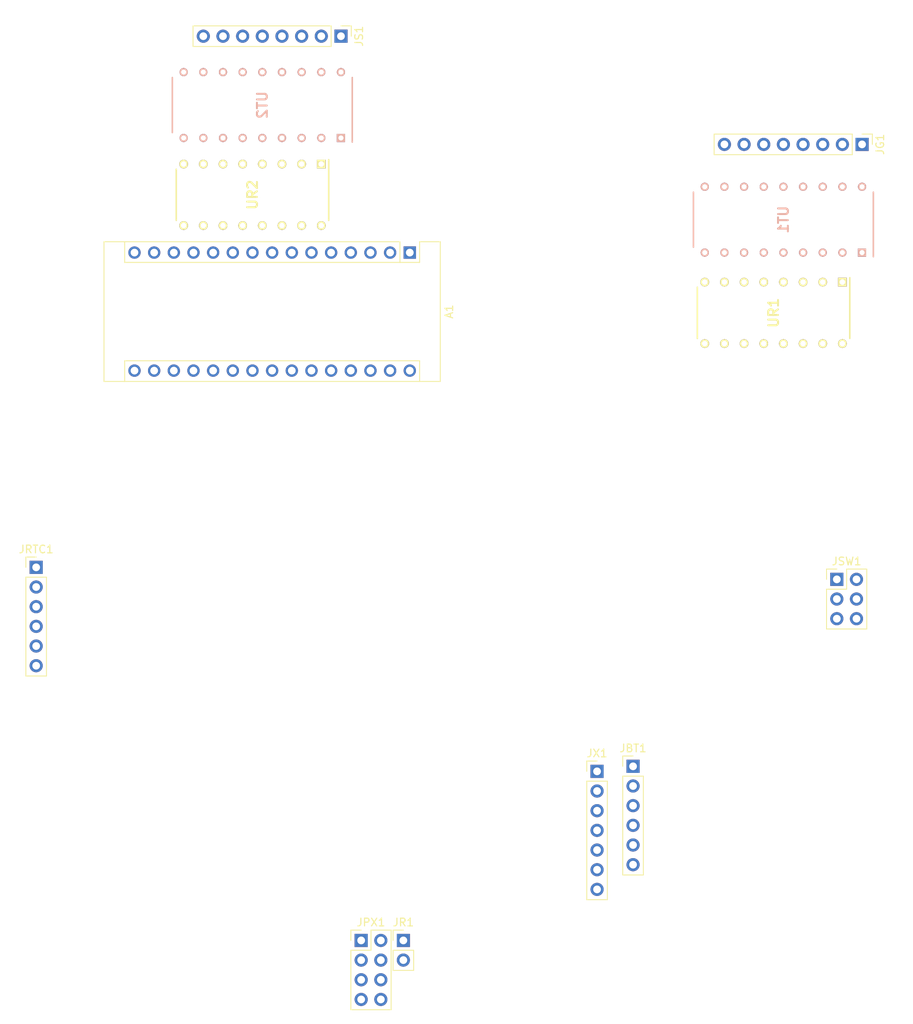
<source format=kicad_pcb>
(kicad_pcb (version 20211014) (generator pcbnew)
  (layers (0 "F.Cu" signal) (31 "B.Cu" signal) (34 "B.Paste" user) (35 "F.Paste" user) (36 "B.SilkS" user "B.Silkscreen") (37 "F.SilkS" user "F.Silkscreen") (38 "B.Mask" user) (39 "F.Mask" user) (44 "Edge.Cuts" user))
  (net 0 "")
  (net 4 "GND1")
  (net 5 "Net-(A1-Pad5)")
  (net 6 "Net-(A1-Pad6)")
  (net 7 "Net-(A1-Pad8)")
  (net 8 "Net-(A1-Pad7)")
  (net 9 "Net-(A1-Pad11)")
  (net 10 "Net-(A1-Pad12)")
  (net 11 "Net-(A1-Pad13)")
  (net 12 "Net-(A1-Pad14)")
  (net 13 "Net-(A1-Pad15)")
  (net 16 "Net-(A1-Pad19)")
  (net 17 "Net-(A1-Pad20)")
  (net 18 "+5V")
  (net 19 "Net-(A1-Pad28)")
  (net 21 "GND")
  (net 24 "Net-(JG1-Pad1)")
  (net 25 "Net-(JG1-Pad2)")
  (net 26 "Net-(JG1-Pad3)")
  (net 27 "Net-(JG1-Pad4)")
  (net 28 "Net-(JG1-Pad5)")
  (net 29 "Net-(JG1-Pad6)")
  (net 30 "Net-(JG1-Pad7)")
  (net 31 "Net-(JG1-Pad8)")
  (net 34 "Net-(JS1-Pad1)")
  (net 35 "Net-(JS1-Pad2)")
  (net 36 "Net-(JS1-Pad3)")
  (net 37 "Net-(JS1-Pad4)")
  (net 38 "Net-(JS1-Pad5)")
  (net 39 "Net-(JS1-Pad6)")
  (net 40 "Net-(JS1-Pad7)")
  (net 41 "Net-(JS1-Pad8)")
  (net 42 "Net-(UR1-Pad15)")
  (net 44 "Net-(UR1-Pad7)")
  (net 45 "Net-(UR1-Pad6)")
  (net 46 "Net-(UR1-Pad5)")
  (net 47 "Net-(UR1-Pad4)")
  (net 48 "Net-(UR1-Pad3)")
  (net 49 "Net-(UR1-Pad2)")
  (net 50 "Net-(UR1-Pad1)")
  (net 51 "Net-(UR2-Pad15)")
  (net 53 "Net-(UR2-Pad7)")
  (net 54 "Net-(UR2-Pad6)")
  (net 55 "Net-(UR2-Pad5)")
  (net 56 "Net-(UR2-Pad4)")
  (net 57 "Net-(UR2-Pad3)")
  (net 58 "Net-(UR2-Pad2)")
  (net 59 "Net-(UR2-Pad1)")
  (net 60 "Net-(A1-Pad21)")
  (net 61 "Net-(A1-Pad22)")
  (net 62 "Net-(A1-Pad23)")
  (net 63 "Net-(A1-Pad24)")
  (net 64 "Net-(A1-Pad25)")
  (net 65 "Net-(A1-Pad26)")
  (net 66 "Net-(JP3-Pad1)")
  (net 67 "Net-(A1-Pad9)")
  (net 68 "Net-(A1-Pad10)")
  (net 69 "Net-(JX1-Pad7)")
  (footprint "Connector_PinHeader_2.54mm:PinHeader_1x06_P2.54mm_Vertical" (layer "F.Cu") (at 58.42 106.68)
    (fp_text reference "JRTC1" (at 0 -2.33) (layer "F.SilkS"))
    (fp_text value "Conn_01x06")
    (fp_line (start -1.33 1.27) (end -1.33 14.03) (layer "F.SilkS") (width 0.12))
    (fp_line (start -1.33 -1.33) (end 0 -1.33) (layer "F.SilkS") (width 0.12))
    (fp_line (start -1.33 1.27) (end 1.33 1.27) (layer "F.SilkS") (width 0.12))
    (fp_line (start -1.33 14.03) (end 1.33 14.03) (layer "F.SilkS") (width 0.12))
    (fp_line (start 1.33 1.27) (end 1.33 14.03) (layer "F.SilkS") (width 0.12))
    (fp_line (start -1.33 0) (end -1.33 -1.33) (layer "F.SilkS") (width 0.12))
    (pad "1" thru_hole rect (at 0 0) (size 1.7 1.7) (drill 1) (layers *.Cu *.Mask) (net 4 "GND1"))
    (pad "2" thru_hole oval (at 0 2.54) (size 1.7 1.7) (drill 1) (layers *.Cu *.Mask) (net 18 "+5V"))
    (pad "3" thru_hole oval (at 0 5.08) (size 1.7 1.7) (drill 1) (layers *.Cu *.Mask) (net 16 "Net-(A1-Pad19)"))
    (pad "4" thru_hole oval (at 0 7.62) (size 1.7 1.7) (drill 1) (layers *.Cu *.Mask) (net 17 "Net-(A1-Pad20)"))
    (pad "5" thru_hole oval (at 0 10.16) (size 1.7 1.7) (drill 1) (layers *.Cu *.Mask))
    (pad "6" thru_hole oval (at 0 12.7) (size 1.7 1.7) (drill 1) (layers *.Cu *.Mask))
  )
  (footprint "Connector_PinHeader_2.54mm:PinHeader_2x03_P2.54mm_Vertical" (layer "F.Cu") (at 161.84 108.23)
    (fp_text reference "JSW1" (at 1.27 -2.33) (layer "F.SilkS"))
    (fp_text value "Conn_02x03_Odd_Even")
    (fp_line (start 1.27 -1.33) (end 3.87 -1.33) (layer "F.SilkS") (width 0.12))
    (fp_line (start -1.33 -1.33) (end 0 -1.33) (layer "F.SilkS") (width 0.12))
    (fp_line (start -1.33 0) (end -1.33 -1.33) (layer "F.SilkS") (width 0.12))
    (fp_line (start -1.33 1.27) (end 1.27 1.27) (layer "F.SilkS") (width 0.12))
    (fp_line (start -1.33 6.41) (end 3.87 6.41) (layer "F.SilkS") (width 0.12))
    (fp_line (start 3.87 -1.33) (end 3.87 6.41) (layer "F.SilkS") (width 0.12))
    (fp_line (start 1.27 1.27) (end 1.27 -1.33) (layer "F.SilkS") (width 0.12))
    (fp_line (start -1.33 1.27) (end -1.33 6.41) (layer "F.SilkS") (width 0.12))
    (pad "1" thru_hole rect (at 0 0) (size 1.7 1.7) (drill 1) (layers *.Cu *.Mask) (net 11 "Net-(A1-Pad13)"))
    (pad "2" thru_hole oval (at 2.54 0) (size 1.7 1.7) (drill 1) (layers *.Cu *.Mask) (net 21 "GND"))
    (pad "3" thru_hole oval (at 0 2.54) (size 1.7 1.7) (drill 1) (layers *.Cu *.Mask) (net 12 "Net-(A1-Pad14)"))
    (pad "4" thru_hole oval (at 2.54 2.54) (size 1.7 1.7) (drill 1) (layers *.Cu *.Mask) (net 21 "GND"))
    (pad "5" thru_hole oval (at 0 5.08) (size 1.7 1.7) (drill 1) (layers *.Cu *.Mask) (net 13 "Net-(A1-Pad15)"))
    (pad "6" thru_hole oval (at 2.54 5.08) (size 1.7 1.7) (drill 1) (layers *.Cu *.Mask) (net 21 "GND"))
  )
  (footprint "Module:Arduino_Nano" (layer "F.Cu") (at 106.68 66.04 -90)
    (fp_text reference "A1" (at 7.62 -5.08 90) (layer "F.SilkS"))
    (fp_text value "Arduino_Nano_v3.x")
    (fp_line (start 1.27 1.27) (end -1.4 1.27) (layer "F.SilkS") (width 0.12))
    (fp_line (start 1.27 1.27) (end 1.27 36.83) (layer "F.SilkS") (width 0.12))
    (fp_line (start -1.4 -3.94) (end -1.4 -1.27) (layer "F.SilkS") (width 0.12))
    (fp_line (start -1.4 1.27) (end -1.4 39.5) (layer "F.SilkS") (width 0.12))
    (fp_line (start -1.4 39.5) (end 16.64 39.5) (layer "F.SilkS") (width 0.12))
    (fp_line (start 1.27 36.83) (end -1.4 36.83) (layer "F.SilkS") (width 0.12))
    (fp_line (start 1.27 1.27) (end 1.27 -1.27) (layer "F.SilkS") (width 0.12))
    (fp_line (start 13.97 36.83) (end 16.64 36.83) (layer "F.SilkS") (width 0.12))
    (fp_line (start 16.64 -3.94) (end -1.4 -3.94) (layer "F.SilkS") (width 0.12))
    (fp_line (start 16.64 39.5) (end 16.64 -3.94) (layer "F.SilkS") (width 0.12))
    (fp_line (start 13.97 -1.27) (end 16.64 -1.27) (layer "F.SilkS") (width 0.12))
    (fp_line (start 1.27 -1.27) (end -1.4 -1.27) (layer "F.SilkS") (width 0.12))
    (fp_line (start 13.97 -1.27) (end 13.97 36.83) (layer "F.SilkS") (width 0.12))
    (pad "1" thru_hole rect (at 0 0 270) (size 1.6 1.6) (drill 1) (layers *.Cu *.Mask))
    (pad "2" thru_hole oval (at 0 2.54 270) (size 1.6 1.6) (drill 1) (layers *.Cu *.Mask))
    (pad "3" thru_hole oval (at 0 5.08 270) (size 1.6 1.6) (drill 1) (layers *.Cu *.Mask))
    (pad "4" thru_hole oval (at 0 7.62 270) (size 1.6 1.6) (drill 1) (layers *.Cu *.Mask) (net 4 "GND1"))
    (pad "5" thru_hole oval (at 0 10.16 270) (size 1.6 1.6) (drill 1) (layers *.Cu *.Mask) (net 5 "Net-(A1-Pad5)"))
    (pad "6" thru_hole oval (at 0 12.7 270) (size 1.6 1.6) (drill 1) (layers *.Cu *.Mask) (net 6 "Net-(A1-Pad6)"))
    (pad "7" thru_hole oval (at 0 15.24 270) (size 1.6 1.6) (drill 1) (layers *.Cu *.Mask) (net 8 "Net-(A1-Pad7)"))
    (pad "8" thru_hole oval (at 0 17.78 270) (size 1.6 1.6) (drill 1) (layers *.Cu *.Mask) (net 7 "Net-(A1-Pad8)"))
    (pad "9" thru_hole oval (at 0 20.32 270) (size 1.6 1.6) (drill 1) (layers *.Cu *.Mask) (net 67 "Net-(A1-Pad9)"))
    (pad "10" thru_hole oval (at 0 22.86 270) (size 1.6 1.6) (drill 1) (layers *.Cu *.Mask) (net 68 "Net-(A1-Pad10)"))
    (pad "11" thru_hole oval (at 0 25.4 270) (size 1.6 1.6) (drill 1) (layers *.Cu *.Mask) (net 9 "Net-(A1-Pad11)"))
    (pad "12" thru_hole oval (at 0 27.94 270) (size 1.6 1.6) (drill 1) (layers *.Cu *.Mask) (net 10 "Net-(A1-Pad12)"))
    (pad "13" thru_hole oval (at 0 30.48 270) (size 1.6 1.6) (drill 1) (layers *.Cu *.Mask) (net 11 "Net-(A1-Pad13)"))
    (pad "14" thru_hole oval (at 0 33.02 270) (size 1.6 1.6) (drill 1) (layers *.Cu *.Mask) (net 12 "Net-(A1-Pad14)"))
    (pad "15" thru_hole oval (at 0 35.56 270) (size 1.6 1.6) (drill 1) (layers *.Cu *.Mask) (net 13 "Net-(A1-Pad15)"))
    (pad "16" thru_hole oval (at 15.24 35.56 270) (size 1.6 1.6) (drill 1) (layers *.Cu *.Mask) (net 69 "Net-(JX1-Pad7)"))
    (pad "17" thru_hole oval (at 15.24 33.02 270) (size 1.6 1.6) (drill 1) (layers *.Cu *.Mask))
    (pad "18" thru_hole oval (at 15.24 30.48 270) (size 1.6 1.6) (drill 1) (layers *.Cu *.Mask))
    (pad "19" thru_hole oval (at 15.24 27.94 270) (size 1.6 1.6) (drill 1) (layers *.Cu *.Mask) (net 16 "Net-(A1-Pad19)"))
    (pad "20" thru_hole oval (at 15.24 25.4 270) (size 1.6 1.6) (drill 1) (layers *.Cu *.Mask) (net 17 "Net-(A1-Pad20)"))
    (pad "21" thru_hole oval (at 15.24 22.86 270) (size 1.6 1.6) (drill 1) (layers *.Cu *.Mask) (net 60 "Net-(A1-Pad21)"))
    (pad "22" thru_hole oval (at 15.24 20.32 270) (size 1.6 1.6) (drill 1) (layers *.Cu *.Mask) (net 61 "Net-(A1-Pad22)"))
    (pad "23" thru_hole oval (at 15.24 17.78 270) (size 1.6 1.6) (drill 1) (layers *.Cu *.Mask) (net 62 "Net-(A1-Pad23)"))
    (pad "24" thru_hole oval (at 15.24 15.24 270) (size 1.6 1.6) (drill 1) (layers *.Cu *.Mask) (net 63 "Net-(A1-Pad24)"))
    (pad "25" thru_hole oval (at 15.24 12.7 270) (size 1.6 1.6) (drill 1) (layers *.Cu *.Mask) (net 64 "Net-(A1-Pad25)"))
    (pad "26" thru_hole oval (at 15.24 10.16 270) (size 1.6 1.6) (drill 1) (layers *.Cu *.Mask) (net 65 "Net-(A1-Pad26)"))
    (pad "27" thru_hole oval (at 15.24 7.62 270) (size 1.6 1.6) (drill 1) (layers *.Cu *.Mask) (net 18 "+5V"))
    (pad "28" thru_hole oval (at 15.24 5.08 270) (size 1.6 1.6) (drill 1) (layers *.Cu *.Mask) (net 19 "Net-(A1-Pad28)"))
    (pad "29" thru_hole oval (at 15.24 2.54 270) (size 1.6 1.6) (drill 1) (layers *.Cu *.Mask) (net 4 "GND1"))
    (pad "30" thru_hole oval (at 15.24 0 270) (size 1.6 1.6) (drill 1) (layers *.Cu *.Mask))
  )
  (footprint "SN74HC595N:DIP794W53P254L1930H508Q16N" (layer "F.Cu") (at 86.36 58.58 -90)
    (fp_text reference "UR2" (at 0 0 90) (layer "F.SilkS") (effects (font (size 1.27 1.27) (thickness 0.254))))
    (fp_text value "74HC595" hide)
    (fp_line (start -4.535 -9.845) (end 3.3 -9.845) (layer "F.SilkS") (width 0.2))
    (fp_line (start -3.3 9.845) (end 3.3 9.845) (layer "F.SilkS") (width 0.2))
    (pad "1" thru_hole rect (at -3.97 -8.89) (size 1.13 1.13) (drill 0.73) (layers *.Cu *.Mask "F.SilkS") (net 59 "Net-(UR2-Pad1)"))
    (pad "2" thru_hole circle (at -3.97 -6.35) (size 1.13 1.13) (drill 0.73) (layers *.Cu *.Mask "F.SilkS") (net 58 "Net-(UR2-Pad2)"))
    (pad "3" thru_hole circle (at -3.97 -3.81) (size 1.13 1.13) (drill 0.73) (layers *.Cu *.Mask "F.SilkS") (net 57 "Net-(UR2-Pad3)"))
    (pad "4" thru_hole circle (at -3.97 -1.27) (size 1.13 1.13) (drill 0.73) (layers *.Cu *.Mask "F.SilkS") (net 56 "Net-(UR2-Pad4)"))
    (pad "5" thru_hole circle (at -3.97 1.27) (size 1.13 1.13) (drill 0.73) (layers *.Cu *.Mask "F.SilkS") (net 55 "Net-(UR2-Pad5)"))
    (pad "6" thru_hole circle (at -3.97 3.81) (size 1.13 1.13) (drill 0.73) (layers *.Cu *.Mask "F.SilkS") (net 54 "Net-(UR2-Pad6)"))
    (pad "7" thru_hole circle (at -3.97 6.35) (size 1.13 1.13) (drill 0.73) (layers *.Cu *.Mask "F.SilkS") (net 53 "Net-(UR2-Pad7)"))
    (pad "8" thru_hole circle (at -3.97 8.89) (size 1.13 1.13) (drill 0.73) (layers *.Cu *.Mask "F.SilkS") (net 4 "GND1"))
    (pad "9" thru_hole circle (at 3.97 8.89) (size 1.13 1.13) (drill 0.73) (layers *.Cu *.Mask "F.SilkS"))
    (pad "10" thru_hole circle (at 3.97 6.35) (size 1.13 1.13) (drill 0.73) (layers *.Cu *.Mask "F.SilkS") (net 18 "+5V"))
    (pad "11" thru_hole circle (at 3.97 3.81) (size 1.13 1.13) (drill 0.73) (layers *.Cu *.Mask "F.SilkS") (net 68 "Net-(A1-Pad10)"))
    (pad "12" thru_hole circle (at 3.97 1.27) (size 1.13 1.13) (drill 0.73) (layers *.Cu *.Mask "F.SilkS") (net 67 "Net-(A1-Pad9)"))
    (pad "13" thru_hole circle (at 3.97 -1.27) (size 1.13 1.13) (drill 0.73) (layers *.Cu *.Mask "F.SilkS") (net 4 "GND1"))
    (pad "14" thru_hole circle (at 3.97 -3.81) (size 1.13 1.13) (drill 0.73) (layers *.Cu *.Mask "F.SilkS") (net 7 "Net-(A1-Pad8)"))
    (pad "15" thru_hole circle (at 3.97 -6.35) (size 1.13 1.13) (drill 0.73) (layers *.Cu *.Mask "F.SilkS") (net 51 "Net-(UR2-Pad15)"))
    (pad "16" thru_hole circle (at 3.97 -8.89) (size 1.13 1.13) (drill 0.73) (layers *.Cu *.Mask "F.SilkS") (net 18 "+5V"))
  )
  (footprint "Connector_PinHeader_2.54mm:PinHeader_1x06_P2.54mm_Vertical" (layer "F.Cu") (at 135.52 132.37)
    (fp_text reference "JBT1" (at 0 -2.33) (layer "F.SilkS"))
    (fp_text value "Conn_01x06")
    (fp_line (start -1.33 0) (end -1.33 -1.33) (layer "F.SilkS") (width 0.12))
    (fp_line (start -1.33 14.03) (end 1.33 14.03) (layer "F.SilkS") (width 0.12))
    (fp_line (start -1.33 -1.33) (end 0 -1.33) (layer "F.SilkS") (width 0.12))
    (fp_line (start -1.33 1.27) (end 1.33 1.27) (layer "F.SilkS") (width 0.12))
    (fp_line (start -1.33 1.27) (end -1.33 14.03) (layer "F.SilkS") (width 0.12))
    (fp_line (start 1.33 1.27) (end 1.33 14.03) (layer "F.SilkS") (width 0.12))
    (pad "1" thru_hole rect (at 0 0) (size 1.7 1.7) (drill 1) (layers *.Cu *.Mask))
    (pad "2" thru_hole oval (at 0 2.54) (size 1.7 1.7) (drill 1) (layers *.Cu *.Mask) (net 9 "Net-(A1-Pad11)"))
    (pad "3" thru_hole oval (at 0 5.08) (size 1.7 1.7) (drill 1) (layers *.Cu *.Mask) (net 10 "Net-(A1-Pad12)"))
    (pad "4" thru_hole oval (at 0 7.62) (size 1.7 1.7) (drill 1) (layers *.Cu *.Mask) (net 4 "GND1"))
    (pad "5" thru_hole oval (at 0 10.16) (size 1.7 1.7) (drill 1) (layers *.Cu *.Mask) (net 18 "+5V"))
    (pad "6" thru_hole oval (at 0 12.7) (size 1.7 1.7) (drill 1) (layers *.Cu *.Mask))
  )
  (footprint "Connector_PinHeader_2.54mm:PinHeader_1x08_P2.54mm_Vertical" (layer "F.Cu") (at 97.79 38.1 -90)
    (fp_text reference "JS1" (at 0 -2.33 90) (layer "F.SilkS"))
    (fp_text value "Conn_01x08")
    (fp_line (start -1.33 -1.33) (end 0 -1.33) (layer "F.SilkS") (width 0.12))
    (fp_line (start -1.33 0) (end -1.33 -1.33) (layer "F.SilkS") (width 0.12))
    (fp_line (start -1.33 1.27) (end 1.33 1.27) (layer "F.SilkS") (width 0.12))
    (fp_line (start 1.33 1.27) (end 1.33 19.11) (layer "F.SilkS") (width 0.12))
    (fp_line (start -1.33 19.11) (end 1.33 19.11) (layer "F.SilkS") (width 0.12))
    (fp_line (start -1.33 1.27) (end -1.33 19.11) (layer "F.SilkS") (width 0.12))
    (pad "1" thru_hole rect (at 0 0 270) (size 1.7 1.7) (drill 1) (layers *.Cu *.Mask) (net 34 "Net-(JS1-Pad1)"))
    (pad "2" thru_hole oval (at 0 2.54 270) (size 1.7 1.7) (drill 1) (layers *.Cu *.Mask) (net 35 "Net-(JS1-Pad2)"))
    (pad "3" thru_hole oval (at 0 5.08 270) (size 1.7 1.7) (drill 1) (layers *.Cu *.Mask) (net 36 "Net-(JS1-Pad3)"))
    (pad "4" thru_hole oval (at 0 7.62 270) (size 1.7 1.7) (drill 1) (layers *.Cu *.Mask) (net 37 "Net-(JS1-Pad4)"))
    (pad "5" thru_hole oval (at 0 10.16 270) (size 1.7 1.7) (drill 1) (layers *.Cu *.Mask) (net 38 "Net-(JS1-Pad5)"))
    (pad "6" thru_hole oval (at 0 12.7 270) (size 1.7 1.7) (drill 1) (layers *.Cu *.Mask) (net 39 "Net-(JS1-Pad6)"))
    (pad "7" thru_hole oval (at 0 15.24 270) (size 1.7 1.7) (drill 1) (layers *.Cu *.Mask) (net 40 "Net-(JS1-Pad7)"))
    (pad "8" thru_hole oval (at 0 17.78 270) (size 1.7 1.7) (drill 1) (layers *.Cu *.Mask) (net 41 "Net-(JS1-Pad8)"))
  )
  (footprint "Connector_PinHeader_2.54mm:PinHeader_1x07_P2.54mm_Vertical" (layer "F.Cu") (at 130.87 133.02)
    (fp_text reference "JX1" (at 0 -2.33) (layer "F.SilkS"))
    (fp_text value "Conn_01x07")
    (fp_line (start -1.33 0) (end -1.33 -1.33) (layer "F.SilkS") (width 0.12))
    (fp_line (start -1.33 1.27) (end -1.33 16.57) (layer "F.SilkS") (width 0.12))
    (fp_line (start -1.33 -1.33) (end 0 -1.33) (layer "F.SilkS") (width 0.12))
    (fp_line (start -1.33 16.57) (end 1.33 16.57) (layer "F.SilkS") (width 0.12))
    (fp_line (start 1.33 1.27) (end 1.33 16.57) (layer "F.SilkS") (width 0.12))
    (fp_line (start -1.33 1.27) (end 1.33 1.27) (layer "F.SilkS") (width 0.12))
    (pad "1" thru_hole rect (at 0 0) (size 1.7 1.7) (drill 1) (layers *.Cu *.Mask) (net 60 "Net-(A1-Pad21)"))
    (pad "2" thru_hole oval (at 0 2.54) (size 1.7 1.7) (drill 1) (layers *.Cu *.Mask) (net 61 "Net-(A1-Pad22)"))
    (pad "3" thru_hole oval (at 0 5.08) (size 1.7 1.7) (drill 1) (layers *.Cu *.Mask) (net 62 "Net-(A1-Pad23)"))
    (pad "4" thru_hole oval (at 0 7.62) (size 1.7 1.7) (drill 1) (layers *.Cu *.Mask) (net 63 "Net-(A1-Pad24)"))
    (pad "5" thru_hole oval (at 0 10.16) (size 1.7 1.7) (drill 1) (layers *.Cu *.Mask) (net 64 "Net-(A1-Pad25)"))
    (pad "6" thru_hole oval (at 0 12.7) (size 1.7 1.7) (drill 1) (layers *.Cu *.Mask) (net 65 "Net-(A1-Pad26)"))
    (pad "7" thru_hole oval (at 0 15.24) (size 1.7 1.7) (drill 1) (layers *.Cu *.Mask) (net 69 "Net-(JX1-Pad7)"))
  )
  (footprint "Connector_PinHeader_2.54mm:PinHeader_2x04_P2.54mm_Vertical" (layer "F.Cu") (at 100.4 154.85)
    (fp_text reference "JPX1" (at 1.27 -2.33) (layer "F.SilkS"))
    (fp_text value "Conn_02x04_Odd_Even")
    (fp_line (start -1.33 8.95) (end 3.87 8.95) (layer "F.SilkS") (width 0.12))
    (fp_line (start -1.33 1.27) (end -1.33 8.95) (layer "F.SilkS") (width 0.12))
    (fp_line (start 3.87 -1.33) (end 3.87 8.95) (layer "F.SilkS") (width 0.12))
    (fp_line (start -1.33 1.27) (end 1.27 1.27) (layer "F.SilkS") (width 0.12))
    (fp_line (start 1.27 1.27) (end 1.27 -1.33) (layer "F.SilkS") (width 0.12))
    (fp_line (start 1.27 -1.33) (end 3.87 -1.33) (layer "F.SilkS") (width 0.12))
    (fp_line (start -1.33 0) (end -1.33 -1.33) (layer "F.SilkS") (width 0.12))
    (fp_line (start -1.33 -1.33) (end 0 -1.33) (layer "F.SilkS") (width 0.12))
    (pad "1" thru_hole rect (at 0 0) (size 1.7 1.7) (drill 1) (layers *.Cu *.Mask) (net 18 "+5V"))
    (pad "2" thru_hole oval (at 2.54 0) (size 1.7 1.7) (drill 1) (layers *.Cu *.Mask) (net 4 "GND1"))
    (pad "3" thru_hole oval (at 0 2.54) (size 1.7 1.7) (drill 1) (layers *.Cu *.Mask) (net 18 "+5V"))
    (pad "4" thru_hole oval (at 2.54 2.54) (size 1.7 1.7) (drill 1) (layers *.Cu *.Mask) (net 4 "GND1"))
    (pad "5" thru_hole oval (at 0 5.08) (size 1.7 1.7) (drill 1) (layers *.Cu *.Mask) (net 18 "+5V"))
    (pad "6" thru_hole oval (at 2.54 5.08) (size 1.7 1.7) (drill 1) (layers *.Cu *.Mask) (net 4 "GND1"))
    (pad "7" thru_hole oval (at 0 7.62) (size 1.7 1.7) (drill 1) (layers *.Cu *.Mask) (net 18 "+5V"))
    (pad "8" thru_hole oval (at 2.54 7.62) (size 1.7 1.7) (drill 1) (layers *.Cu *.Mask) (net 4 "GND1"))
  )
  (footprint "Connector_PinHeader_2.54mm:PinHeader_1x02_P2.54mm_Vertical" (layer "F.Cu") (at 105.85 154.85)
    (fp_text reference "JR1" (at 0 -2.33) (layer "F.SilkS"))
    (fp_text value "Conn_01x02")
    (fp_line (start -1.33 -1.33) (end 0 -1.33) (layer "F.SilkS") (width 0.12))
    (fp_line (start -1.33 1.27) (end -1.33 3.87) (layer "F.SilkS") (width 0.12))
    (fp_line (start -1.33 1.27) (end 1.33 1.27) (layer "F.SilkS") (width 0.12))
    (fp_line (start -1.33 3.87) (end 1.33 3.87) (layer "F.SilkS") (width 0.12))
    (fp_line (start 1.33 1.27) (end 1.33 3.87) (layer "F.SilkS") (width 0.12))
    (fp_line (start -1.33 0) (end -1.33 -1.33) (layer "F.SilkS") (width 0.12))
    (pad "1" thru_hole rect (at 0 0) (size 1.7 1.7) (drill 1) (layers *.Cu *.Mask) (net 19 "Net-(A1-Pad28)"))
    (pad "2" thru_hole oval (at 0 2.54) (size 1.7 1.7) (drill 1) (layers *.Cu *.Mask) (net 4 "GND1"))
  )
  (footprint "Connector_PinHeader_2.54mm:PinHeader_1x08_P2.54mm_Vertical" (layer "F.Cu") (at 165.1 52.07 -90)
    (fp_text reference "JG1" (at 0 -2.33 90) (layer "F.SilkS"))
    (fp_text value "Conn_01x08")
    (fp_line (start -1.33 0) (end -1.33 -1.33) (layer "F.SilkS") (width 0.12))
    (fp_line (start -1.33 -1.33) (end 0 -1.33) (layer "F.SilkS") (width 0.12))
    (fp_line (start -1.33 19.11) (end 1.33 19.11) (layer "F.SilkS") (width 0.12))
    (fp_line (start -1.33 1.27) (end 1.33 1.27) (layer "F.SilkS") (width 0.12))
    (fp_line (start 1.33 1.27) (end 1.33 19.11) (layer "F.SilkS") (width 0.12))
    (fp_line (start -1.33 1.27) (end -1.33 19.11) (layer "F.SilkS") (width 0.12))
    (pad "1" thru_hole rect (at 0 0 270) (size 1.7 1.7) (drill 1) (layers *.Cu *.Mask) (net 24 "Net-(JG1-Pad1)"))
    (pad "2" thru_hole oval (at 0 2.54 270) (size 1.7 1.7) (drill 1) (layers *.Cu *.Mask) (net 25 "Net-(JG1-Pad2)"))
    (pad "3" thru_hole oval (at 0 5.08 270) (size 1.7 1.7) (drill 1) (layers *.Cu *.Mask) (net 26 "Net-(JG1-Pad3)"))
    (pad "4" thru_hole oval (at 0 7.62 270) (size 1.7 1.7) (drill 1) (layers *.Cu *.Mask) (net 27 "Net-(JG1-Pad4)"))
    (pad "5" thru_hole oval (at 0 10.16 270) (size 1.7 1.7) (drill 1) (layers *.Cu *.Mask) (net 28 "Net-(JG1-Pad5)"))
    (pad "6" thru_hole oval (at 0 12.7 270) (size 1.7 1.7) (drill 1) (layers *.Cu *.Mask) (net 29 "Net-(JG1-Pad6)"))
    (pad "7" thru_hole oval (at 0 15.24 270) (size 1.7 1.7) (drill 1) (layers *.Cu *.Mask) (net 30 "Net-(JG1-Pad7)"))
    (pad "8" thru_hole oval (at 0 17.78 270) (size 1.7 1.7) (drill 1) (layers *.Cu *.Mask) (net 31 "Net-(JG1-Pad8)"))
  )
  (footprint "SN74HC595N:DIP794W53P254L1930H508Q16N" (layer "F.Cu") (at 153.67 73.82 -90)
    (fp_text reference "UR1" (at 0 0 90) (layer "F.SilkS") (effects (font (size 1.27 1.27) (thickness 0.254))))
    (fp_text value "74HC595" hide)
    (fp_line (start -4.535 -9.845) (end 3.3 -9.845) (layer "F.SilkS") (width 0.2))
    (fp_line (start -3.3 9.845) (end 3.3 9.845) (layer "F.SilkS") (width 0.2))
    (pad "1" thru_hole rect (at -3.97 -8.89) (size 1.13 1.13) (drill 0.73) (layers *.Cu *.Mask "F.SilkS") (net 50 "Net-(UR1-Pad1)"))
    (pad "2" thru_hole circle (at -3.97 -6.35) (size 1.13 1.13) (drill 0.73) (layers *.Cu *.Mask "F.SilkS") (net 49 "Net-(UR1-Pad2)"))
    (pad "3" thru_hole circle (at -3.97 -3.81) (size 1.13 1.13) (drill 0.73) (layers *.Cu *.Mask "F.SilkS") (net 48 "Net-(UR1-Pad3)"))
    (pad "4" thru_hole circle (at -3.97 -1.27) (size 1.13 1.13) (drill 0.73) (layers *.Cu *.Mask "F.SilkS") (net 47 "Net-(UR1-Pad4)"))
    (pad "5" thru_hole circle (at -3.97 1.27) (size 1.13 1.13) (drill 0.73) (layers *.Cu *.Mask "F.SilkS") (net 46 "Net-(UR1-Pad5)"))
    (pad "6" thru_hole circle (at -3.97 3.81) (size 1.13 1.13) (drill 0.73) (layers *.Cu *.Mask "F.SilkS") (net 45 "Net-(UR1-Pad6)"))
    (pad "7" thru_hole circle (at -3.97 6.35) (size 1.13 1.13) (drill 0.73) (layers *.Cu *.Mask "F.SilkS") (net 44 "Net-(UR1-Pad7)"))
    (pad "8" thru_hole circle (at -3.97 8.89) (size 1.13 1.13) (drill 0.73) (layers *.Cu *.Mask "F.SilkS") (net 4 "GND1"))
    (pad "9" thru_hole circle (at 3.97 8.89) (size 1.13 1.13) (drill 0.73) (layers *.Cu *.Mask "F.SilkS"))
    (pad "10" thru_hole circle (at 3.97 6.35) (size 1.13 1.13) (drill 0.73) (layers *.Cu *.Mask "F.SilkS") (net 18 "+5V"))
    (pad "11" thru_hole circle (at 3.97 3.81) (size 1.13 1.13) (drill 0.73) (layers *.Cu *.Mask "F.SilkS") (net 8 "Net-(A1-Pad7)"))
    (pad "12" thru_hole circle (at 3.97 1.27) (size 1.13 1.13) (drill 0.73) (layers *.Cu *.Mask "F.SilkS") (net 6 "Net-(A1-Pad6)"))
    (pad "13" thru_hole circle (at 3.97 -1.27) (size 1.13 1.13) (drill 0.73) (layers *.Cu *.Mask "F.SilkS") (net 4 "GND1"))
    (pad "14" thru_hole circle (at 3.97 -3.81) (size 1.13 1.13) (drill 0.73) (layers *.Cu *.Mask "F.SilkS") (net 5 "Net-(A1-Pad5)"))
    (pad "15" thru_hole circle (at 3.97 -6.35) (size 1.13 1.13) (drill 0.73) (layers *.Cu *.Mask "F.SilkS") (net 42 "Net-(UR1-Pad15)"))
    (pad "16" thru_hole circle (at 3.97 -8.89) (size 1.13 1.13) (drill 0.73) (layers *.Cu *.Mask "F.SilkS") (net 18 "+5V"))
  )
  (footprint "ULN2803A:DIP850W46P254L2324H393Q18N" (layer "B.Cu") (at 154.94 61.79 90)
    (fp_text reference "UT1" (at 0 0 90) (layer "B.SilkS") (effects (font (size 1.27 1.27) (thickness 0.254)) (justify mirror)))
    (fp_text value "ULN2803A" hide)
    (fp_line (start -4.78 11.62) (end 3.55 11.62) (layer "B.SilkS") (width 0.2))
    (fp_line (start -3.55 -11.62) (end 3.55 -11.62) (layer "B.SilkS") (width 0.2))
    (pad "1" thru_hole rect (at -4.25 10.16) (size 1.06 1.06) (drill 0.66) (layers *.Cu *.Mask "B.SilkS") (net 42 "Net-(UR1-Pad15)"))
    (pad "2" thru_hole circle (at -4.25 7.62) (size 1.06 1.06) (drill 0.66) (layers *.Cu *.Mask "B.SilkS") (net 50 "Net-(UR1-Pad1)"))
    (pad "3" thru_hole circle (at -4.25 5.08) (size 1.06 1.06) (drill 0.66) (layers *.Cu *.Mask "B.SilkS") (net 49 "Net-(UR1-Pad2)"))
    (pad "4" thru_hole circle (at -4.25 2.54) (size 1.06 1.06) (drill 0.66) (layers *.Cu *.Mask "B.SilkS") (net 48 "Net-(UR1-Pad3)"))
    (pad "5" thru_hole circle (at -4.25 0) (size 1.06 1.06) (drill 0.66) (layers *.Cu *.Mask "B.SilkS") (net 47 "Net-(UR1-Pad4)"))
    (pad "6" thru_hole circle (at -4.25 -2.54) (size 1.06 1.06) (drill 0.66) (layers *.Cu *.Mask "B.SilkS") (net 46 "Net-(UR1-Pad5)"))
    (pad "7" thru_hole circle (at -4.25 -5.08) (size 1.06 1.06) (drill 0.66) (layers *.Cu *.Mask "B.SilkS") (net 45 "Net-(UR1-Pad6)"))
    (pad "8" thru_hole circle (at -4.25 -7.62) (size 1.06 1.06) (drill 0.66) (layers *.Cu *.Mask "B.SilkS") (net 44 "Net-(UR1-Pad7)"))
    (pad "9" thru_hole circle (at -4.25 -10.16) (size 1.06 1.06) (drill 0.66) (layers *.Cu *.Mask "B.SilkS") (net 21 "GND"))
    (pad "10" thru_hole circle (at 4.25 -10.16) (size 1.06 1.06) (drill 0.66) (layers *.Cu *.Mask "B.SilkS") (net 66 "Net-(JP3-Pad1)"))
    (pad "11" thru_hole circle (at 4.25 -7.62) (size 1.06 1.06) (drill 0.66) (layers *.Cu *.Mask "B.SilkS") (net 31 "Net-(JG1-Pad8)"))
    (pad "12" thru_hole circle (at 4.25 -5.08) (size 1.06 1.06) (drill 0.66) (layers *.Cu *.Mask "B.SilkS") (net 30 "Net-(JG1-Pad7)"))
    (pad "13" thru_hole circle (at 4.25 -2.54) (size 1.06 1.06) (drill 0.66) (layers *.Cu *.Mask "B.SilkS") (net 29 "Net-(JG1-Pad6)"))
    (pad "14" thru_hole circle (at 4.25 0) (size 1.06 1.06) (drill 0.66) (layers *.Cu *.Mask "B.SilkS") (net 28 "Net-(JG1-Pad5)"))
    (pad "15" thru_hole circle (at 4.25 2.54) (size 1.06 1.06) (drill 0.66) (layers *.Cu *.Mask "B.SilkS") (net 27 "Net-(JG1-Pad4)"))
    (pad "16" thru_hole circle (at 4.25 5.08) (size 1.06 1.06) (drill 0.66) (layers *.Cu *.Mask "B.SilkS") (net 26 "Net-(JG1-Pad3)"))
    (pad "17" thru_hole circle (at 4.25 7.62) (size 1.06 1.06) (drill 0.66) (layers *.Cu *.Mask "B.SilkS") (net 25 "Net-(JG1-Pad2)"))
    (pad "18" thru_hole circle (at 4.25 10.16) (size 1.06 1.06) (drill 0.66) (layers *.Cu *.Mask "B.SilkS") (net 24 "Net-(JG1-Pad1)"))
  )
  (footprint "ULN2803A:DIP850W46P254L2324H393Q18N" (layer "B.Cu") (at 87.63 46.99 90)
    (fp_text reference "UT2" (at 0 0 90) (layer "B.SilkS") (effects (font (size 1.27 1.27) (thickness 0.254)) (justify mirror)))
    (fp_text value "ULN2803A" hide)
    (fp_line (start -4.78 11.62) (end 3.55 11.62) (layer "B.SilkS") (width 0.2))
    (fp_line (start -3.55 -11.62) (end 3.55 -11.62) (layer "B.SilkS") (width 0.2))
    (pad "1" thru_hole rect (at -4.25 10.16) (size 1.06 1.06) (drill 0.66) (layers *.Cu *.Mask "B.SilkS") (net 51 "Net-(UR2-Pad15)"))
    (pad "2" thru_hole circle (at -4.25 7.62) (size 1.06 1.06) (drill 0.66) (layers *.Cu *.Mask "B.SilkS") (net 59 "Net-(UR2-Pad1)"))
    (pad "3" thru_hole circle (at -4.25 5.08) (size 1.06 1.06) (drill 0.66) (layers *.Cu *.Mask "B.SilkS") (net 58 "Net-(UR2-Pad2)"))
    (pad "4" thru_hole circle (at -4.25 2.54) (size 1.06 1.06) (drill 0.66) (layers *.Cu *.Mask "B.SilkS") (net 57 "Net-(UR2-Pad3)"))
    (pad "5" thru_hole circle (at -4.25 0) (size 1.06 1.06) (drill 0.66) (layers *.Cu *.Mask "B.SilkS") (net 56 "Net-(UR2-Pad4)"))
    (pad "6" thru_hole circle (at -4.25 -2.54) (size 1.06 1.06) (drill 0.66) (layers *.Cu *.Mask "B.SilkS") (net 55 "Net-(UR2-Pad5)"))
    (pad "7" thru_hole circle (at -4.25 -5.08) (size 1.06 1.06) (drill 0.66) (layers *.Cu *.Mask "B.SilkS") (net 54 "Net-(UR2-Pad6)"))
    (pad "8" thru_hole circle (at -4.25 -7.62) (size 1.06 1.06) (drill 0.66) (layers *.Cu *.Mask "B.SilkS") (net 53 "Net-(UR2-Pad7)"))
    (pad "9" thru_hole circle (at -4.25 -10.16) (size 1.06 1.06) (drill 0.66) (layers *.Cu *.Mask "B.SilkS") (net 21 "GND"))
    (pad "10" thru_hole circle (at 4.25 -10.16) (size 1.06 1.06) (drill 0.66) (layers *.Cu *.Mask "B.SilkS") (net 66 "Net-(JP3-Pad1)"))
    (pad "11" thru_hole circle (at 4.25 -7.62) (size 1.06 1.06) (drill 0.66) (layers *.Cu *.Mask "B.SilkS") (net 41 "Net-(JS1-Pad8)"))
    (pad "12" thru_hole circle (at 4.25 -5.08) (size 1.06 1.06) (drill 0.66) (layers *.Cu *.Mask "B.SilkS") (net 40 "Net-(JS1-Pad7)"))
    (pad "13" thru_hole circle (at 4.25 -2.54) (size 1.06 1.06) (drill 0.66) (layers *.Cu *.Mask "B.SilkS") (net 39 "Net-(JS1-Pad6)"))
    (pad "14" thru_hole circle (at 4.25 0) (size 1.06 1.06) (drill 0.66) (layers *.Cu *.Mask "B.SilkS") (net 38 "Net-(JS1-Pad5)"))
    (pad "15" thru_hole circle (at 4.25 2.54) (size 1.06 1.06) (drill 0.66) (layers *.Cu *.Mask "B.SilkS") (net 37 "Net-(JS1-Pad4)"))
    (pad "16" thru_hole circle (at 4.25 5.08) (size 1.06 1.06) (drill 0.66) (layers *.Cu *.Mask "B.SilkS") (net 36 "Net-(JS1-Pad3)"))
    (pad "17" thru_hole circle (at 4.25 7.62) (size 1.06 1.06) (drill 0.66) (layers *.Cu *.Mask "B.SilkS") (net 35 "Net-(JS1-Pad2)"))
    (pad "18" thru_hole circle (at 4.25 10.16) (size 1.06 1.06) (drill 0.66) (layers *.Cu *.Mask "B.SilkS") (net 34 "Net-(JS1-Pad1)"))
  )
)
</source>
